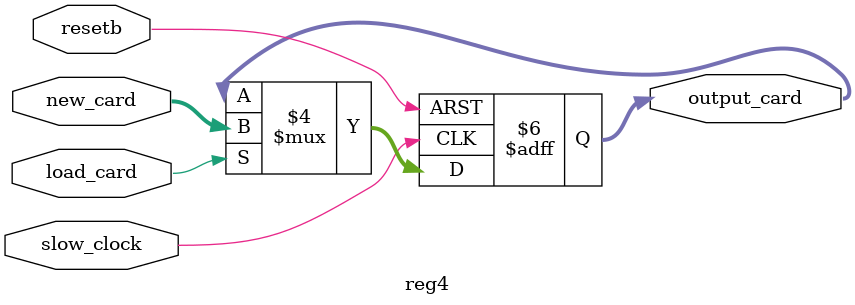
<source format=sv>
module datapath(input slow_clock, input fast_clock, input resetb,
                input load_pcard1, input load_pcard2, input load_pcard3,
                input load_dcard1, input load_dcard2, input load_dcard3,
                output [3:0] pcard3_out,
                output [3:0] pscore_out, output [3:0] dscore_out,
                output[6:0] HEX5, output[6:0] HEX4, output[6:0] HEX3,
                output[6:0] HEX2, output[6:0] HEX1, output[6:0] HEX0);

// The code describing your datapath will go here.  Your datapath
// will hierarchically instantiate six card7seg blocks, two scorehand
// blocks, and a dealcard block.  The registers may either be instatiated
// or included as sequential always blocks directly in this file.
//
// Follow the block diagram in the Lab 1 handout closely as you write this code.

wire[3:0] new_card;
wire[3:0] pcard1_out, pcard2_out, dcard1_out, dcard2_out, dcard3_out;

//dealcard module
dealcard dc(.clock(fast_clock), .resetb(resetb), .new_card(new_card));

//reg4 registers
reg4 PCard1(.new_card(new_card), .load_card(load_pcard1), .resetb(resetb), .slow_clock(slow_clock), .output_card(pcard1_out));
reg4 PCard2(.new_card(new_card), .load_card(load_pcard2), .resetb(resetb), .slow_clock(slow_clock), .output_card(pcard2_out));
reg4 PCard3(.new_card(new_card), .load_card(load_pcard3), .resetb(resetb), .slow_clock(slow_clock), .output_card(pcard3_out));

reg4 DCard1(.new_card(new_card), .load_card(load_dcard1), .resetb(resetb), .slow_clock(slow_clock), .output_card(dcard1_out));
reg4 DCard2(.new_card(new_card), .load_card(load_dcard2), .resetb(resetb), .slow_clock(slow_clock), .output_card(dcard2_out));
reg4 DCard3(.new_card(new_card), .load_card(load_dcard3), .resetb(resetb), .slow_clock(slow_clock), .output_card(dcard3_out));

//card7seg
card7seg p1(.card(pcard1_out), .seg7(HEX0));
card7seg p2(.card(pcard2_out), .seg7(HEX1));
card7seg p3(.card(pcard3_out), .seg7(HEX2));

card7seg d1(.card(dcard1_out), .seg7(HEX3));
card7seg d2(.card(dcard2_out), .seg7(HEX4));
card7seg d3(.card(dcard3_out), .seg7(HEX5));

//scorehand
scorehand pscore(.card1(pcard1_out), .card2(pcard2_out), .card3(pcard3_out), .total(pscore_out));
scorehand dscore(.card1(dcard1_out), .card2(dcard2_out), .card3(dcard3_out), .total(dscore_out));
endmodule

module reg4(input[3:0] new_card, input load_card, input resetb, input slow_clock, output reg[3:0] output_card);

always_ff @(posedge slow_clock or negedge resetb) begin
 if(resetb == 1'b0) begin
    output_card <= 4'b0000;
 end else if(load_card == 1'b1) begin
    output_card <= new_card;
 end
 end

 endmodule

</source>
